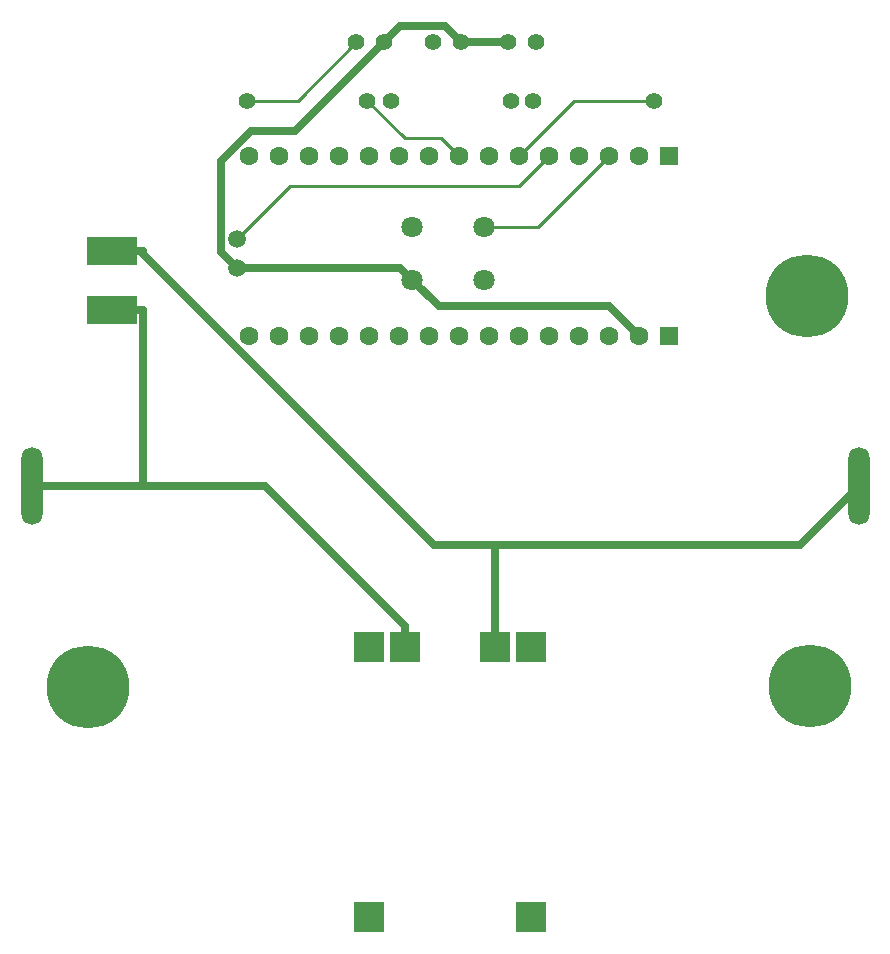
<source format=gtl>
G04 Layer: TopLayer*
G04 EasyEDA v6.5.42, 2024-06-19 11:27:11*
G04 522c4fd81f94443e96934e03537c14a0,77e46d308c0345a887be20b164797668,10*
G04 Gerber Generator version 0.2*
G04 Scale: 100 percent, Rotated: No, Reflected: No *
G04 Dimensions in millimeters *
G04 leading zeros omitted , absolute positions ,4 integer and 5 decimal *
%FSLAX45Y45*%
%MOMM*%

%AMMACRO1*21,1,$1,$2,0,0,$3*%
%ADD10C,0.2540*%
%ADD11C,0.7000*%
%ADD12C,7.0000*%
%ADD13MACRO1,4.285X2.38X0.0000*%
%ADD14C,1.5000*%
%ADD15C,1.8000*%
%ADD16O,1.7999964X6.599986800000001*%
%ADD17R,1.6000X1.6000*%
%ADD18C,1.6000*%
%ADD19C,1.4000*%
%ADD20C,1.4000*%
%ADD21R,2.5000X2.5000*%

%LPD*%
D10*
X4927605Y6019797D02*
G01*
X4675637Y5767829D01*
X2739547Y5767829D01*
X2286005Y5314287D01*
X5435605Y6019797D02*
G01*
X4835098Y5419290D01*
X4381708Y5419290D01*
X5818611Y6489697D02*
G01*
X5143505Y6489697D01*
X4673605Y6019797D01*
X3392911Y6489697D02*
G01*
X3713942Y6168666D01*
X4016735Y6168666D01*
X4165605Y6019797D01*
X3296163Y6984997D02*
G01*
X2800863Y6489697D01*
X2372898Y6489697D01*
D11*
X4184147Y6984997D02*
G01*
X4578863Y6984997D01*
X4184147Y6984997D02*
G01*
X4050847Y7118296D01*
X3669746Y7118296D01*
X3536447Y6984997D01*
X3536447Y6984997D02*
G01*
X2782219Y6230769D01*
X2408026Y6230769D01*
X2151486Y5974229D01*
X2151486Y5208826D01*
X2286005Y5074307D01*
X5689605Y4495797D02*
G01*
X5439465Y4745936D01*
X3995069Y4745936D01*
X3771701Y4969304D01*
X3771701Y4969304D02*
G01*
X3666698Y5074307D01*
X2286005Y5074307D01*
X3708405Y1866897D02*
G01*
X3708405Y2042106D01*
X1231905Y4716777D02*
G01*
X1496369Y4716777D01*
X1496369Y3225797D02*
G01*
X1496369Y4716777D01*
X551312Y3225797D02*
G01*
X1496369Y3225797D01*
X1496369Y3225797D02*
G01*
X2524714Y3225797D01*
X3708405Y2042106D01*
X4470405Y1866897D02*
G01*
X4470405Y2042106D01*
X4470405Y2730345D02*
G01*
X4470405Y2042106D01*
X1496369Y5214617D02*
G01*
X1496369Y5193459D01*
X3959484Y2730345D01*
X4470405Y2730345D01*
X4470405Y2730345D02*
G01*
X7055845Y2730345D01*
X7551298Y3225797D01*
X1231905Y5214617D02*
G01*
X1496369Y5214617D01*
D12*
G01*
X1028700Y1524000D03*
G01*
X7137400Y1536700D03*
G01*
X7112000Y4838700D03*
D13*
G01*
X1231900Y5214619D03*
G01*
X1231900Y4716780D03*
D14*
G01*
X2286000Y5074310D03*
G01*
X2286000Y5314289D03*
D15*
G01*
X3771696Y4969306D03*
G01*
X4381703Y4969306D03*
G01*
X3771696Y5419293D03*
G01*
X4381703Y5419293D03*
D16*
G01*
X7551293Y3225800D03*
G01*
X551306Y3225800D03*
D17*
G01*
X5943600Y6019800D03*
D18*
G01*
X5689600Y4495800D03*
G01*
X5181600Y4495800D03*
G01*
X4673600Y4495800D03*
G01*
X4165600Y4495800D03*
G01*
X3657600Y4495800D03*
G01*
X3149600Y4495800D03*
G01*
X2641600Y4495800D03*
G01*
X2387600Y6019800D03*
G01*
X2895600Y6019800D03*
G01*
X3403600Y6019800D03*
G01*
X3911600Y6019800D03*
G01*
X4419600Y6019800D03*
G01*
X4927600Y6019800D03*
G01*
X5435600Y6019800D03*
G01*
X5689600Y6019800D03*
G01*
X5181600Y6019800D03*
G01*
X4673600Y6019800D03*
G01*
X4165600Y6019800D03*
G01*
X3657600Y6019800D03*
G01*
X3149600Y6019800D03*
G01*
X2641600Y6019800D03*
G01*
X2387600Y4495800D03*
G01*
X2895600Y4495800D03*
G01*
X3403600Y4495800D03*
G01*
X3911600Y4495800D03*
G01*
X4419600Y4495800D03*
G01*
X4927600Y4495800D03*
G01*
X5435600Y4495800D03*
D17*
G01*
X5943600Y4495800D03*
D19*
G01*
X4798593Y6489700D03*
G01*
X5818606Y6489700D03*
G01*
X3592093Y6489700D03*
G01*
X4612106Y6489700D03*
G01*
X2372893Y6489700D03*
G01*
X3392906Y6489700D03*
D20*
G01*
X4578858Y6985000D03*
G01*
X4819141Y6985000D03*
G01*
X4184141Y6985000D03*
G01*
X3943858Y6985000D03*
G01*
X3536441Y6985000D03*
G01*
X3296158Y6985000D03*
D21*
G01*
X4470400Y1866900D03*
G01*
X3708400Y1866900D03*
G01*
X3403600Y1866900D03*
G01*
X4775200Y1866900D03*
G01*
X4775200Y-419100D03*
G01*
X3403600Y-419100D03*
M02*

</source>
